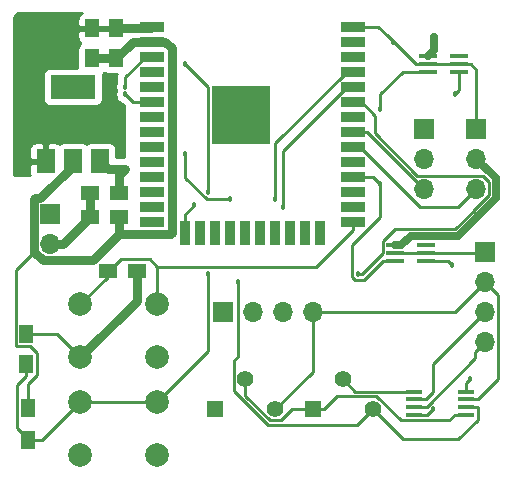
<source format=gbr>
%TF.GenerationSoftware,KiCad,Pcbnew,5.1.4*%
%TF.CreationDate,2019-10-29T20:04:43-05:00*%
%TF.ProjectId,pet_feeder,7065745f-6665-4656-9465-722e6b696361,rev?*%
%TF.SameCoordinates,Original*%
%TF.FileFunction,Copper,L1,Top*%
%TF.FilePolarity,Positive*%
%FSLAX46Y46*%
G04 Gerber Fmt 4.6, Leading zero omitted, Abs format (unit mm)*
G04 Created by KiCad (PCBNEW 5.1.4) date 2019-10-29 20:04:43*
%MOMM*%
%LPD*%
G04 APERTURE LIST*
%ADD10R,5.000000X5.000000*%
%ADD11R,2.000000X0.900000*%
%ADD12R,0.900000X2.000000*%
%ADD13R,1.500000X1.250000*%
%ADD14R,1.250000X1.500000*%
%ADD15R,1.700000X1.700000*%
%ADD16O,1.700000X1.700000*%
%ADD17R,1.500000X0.400000*%
%ADD18R,3.800000X2.000000*%
%ADD19R,1.500000X2.000000*%
%ADD20C,2.000000*%
%ADD21R,1.300000X1.500000*%
%ADD22C,1.400000*%
%ADD23R,1.400000X1.400000*%
%ADD24R,1.450000X0.450000*%
%ADD25C,0.457200*%
%ADD26C,0.762000*%
%ADD27C,0.254000*%
%ADD28C,0.635000*%
G04 APERTURE END LIST*
D10*
X143145000Y-79255000D03*
D11*
X135645000Y-71755000D03*
X135645000Y-73025000D03*
X135645000Y-74295000D03*
X135645000Y-75565000D03*
X135645000Y-76835000D03*
X135645000Y-78105000D03*
X135645000Y-79375000D03*
X135645000Y-80645000D03*
X135645000Y-81915000D03*
X135645000Y-83185000D03*
X135645000Y-84455000D03*
X135645000Y-85725000D03*
X135645000Y-86995000D03*
X135645000Y-88265000D03*
D12*
X138430000Y-89265000D03*
X139700000Y-89265000D03*
X140970000Y-89265000D03*
X142240000Y-89265000D03*
X143510000Y-89265000D03*
X144780000Y-89265000D03*
X146050000Y-89265000D03*
X147320000Y-89265000D03*
X148590000Y-89265000D03*
X149860000Y-89265000D03*
D11*
X152645000Y-88265000D03*
X152645000Y-86995000D03*
X152645000Y-85725000D03*
X152645000Y-84455000D03*
X152645000Y-83185000D03*
X152645000Y-81915000D03*
X152645000Y-80645000D03*
X152645000Y-79375000D03*
X152645000Y-78105000D03*
X152645000Y-76835000D03*
X152645000Y-75565000D03*
X152645000Y-74295000D03*
X152645000Y-73025000D03*
X152645000Y-71755000D03*
D13*
X130322000Y-85852000D03*
X132822000Y-85852000D03*
X132842000Y-87884000D03*
X130342000Y-87884000D03*
X131846000Y-92456000D03*
X134346000Y-92456000D03*
D14*
X132588000Y-71902000D03*
X132588000Y-74402000D03*
X130556000Y-71902000D03*
X130556000Y-74402000D03*
D15*
X163068000Y-80391000D03*
D16*
X163068000Y-82931000D03*
X163068000Y-85471000D03*
X158623000Y-85471000D03*
X158623000Y-82931000D03*
D15*
X158623000Y-80391000D03*
D17*
X158944000Y-74280000D03*
X158944000Y-74930000D03*
X158944000Y-75580000D03*
X161604000Y-75580000D03*
X161604000Y-74930000D03*
X161604000Y-74280000D03*
X158810000Y-90282000D03*
X158810000Y-90932000D03*
X158810000Y-91582000D03*
X156150000Y-91582000D03*
X156150000Y-90932000D03*
X156150000Y-90282000D03*
D18*
X128905000Y-76860000D03*
D19*
X128905000Y-83160000D03*
X131205000Y-83160000D03*
X126605000Y-83160000D03*
D15*
X127000000Y-87630000D03*
D16*
X127000000Y-90170000D03*
D20*
X129540000Y-99750000D03*
X129540000Y-95250000D03*
X136040000Y-99750000D03*
X136040000Y-95250000D03*
D14*
X124968000Y-100310000D03*
X124968000Y-97810000D03*
D15*
X141605000Y-95885000D03*
D16*
X144145000Y-95885000D03*
X146685000Y-95885000D03*
X149225000Y-95885000D03*
D21*
X125095000Y-106760000D03*
X125095000Y-104060000D03*
D22*
X143510000Y-101600000D03*
X146050000Y-104140000D03*
D23*
X140970000Y-104140000D03*
X149225000Y-104140000D03*
D22*
X154305000Y-104140000D03*
X151765000Y-101600000D03*
D20*
X136040000Y-103505000D03*
X136040000Y-108005000D03*
X129540000Y-103505000D03*
X129540000Y-108005000D03*
D24*
X157820000Y-102657000D03*
X157820000Y-103307000D03*
X157820000Y-103957000D03*
X157820000Y-104607000D03*
X162220000Y-104607000D03*
X162220000Y-103957000D03*
X162220000Y-103307000D03*
X162220000Y-102657000D03*
D16*
X163830000Y-98425000D03*
X163830000Y-95885000D03*
X163830000Y-93345000D03*
D15*
X163830000Y-90805000D03*
D25*
X156035000Y-73025000D03*
X139192000Y-86868000D03*
X125984000Y-71120000D03*
X127000000Y-71120000D03*
X128016000Y-71120000D03*
X129032000Y-71120000D03*
X144272000Y-79248000D03*
X143256000Y-79248000D03*
X145288000Y-79248000D03*
X141224000Y-79248000D03*
X142240000Y-79248000D03*
X144272000Y-77216000D03*
X141224000Y-77216000D03*
X142240000Y-77216000D03*
X143256000Y-77216000D03*
X145288000Y-77216000D03*
X144272000Y-78232000D03*
X145288000Y-80264000D03*
X144272000Y-80264000D03*
X142240000Y-80264000D03*
X144272000Y-81280000D03*
X143256000Y-78232000D03*
X142240000Y-78232000D03*
X145288000Y-78232000D03*
X142240000Y-81280000D03*
X145288000Y-81280000D03*
X143256000Y-80264000D03*
X141224000Y-80264000D03*
X143256000Y-81280000D03*
X141224000Y-78232000D03*
X141224000Y-81280000D03*
X124968000Y-71120000D03*
X159385000Y-104140000D03*
X124460000Y-71628000D03*
X127508000Y-71628000D03*
X128524000Y-71628000D03*
X126492000Y-71628000D03*
X125476000Y-71628000D03*
X129032000Y-72136000D03*
X124968000Y-72136000D03*
X125984000Y-72136000D03*
X127000000Y-72136000D03*
X128016000Y-72136000D03*
X124460000Y-72644000D03*
X127508000Y-72644000D03*
X128524000Y-72644000D03*
X126492000Y-72644000D03*
X125476000Y-72644000D03*
X125984000Y-73152000D03*
X129032000Y-73152000D03*
X127000000Y-73152000D03*
X124968000Y-73152000D03*
X128016000Y-73152000D03*
X125476000Y-73660000D03*
X124460000Y-73660000D03*
X126492000Y-73660000D03*
X127508000Y-73660000D03*
X128524000Y-73660000D03*
X127000000Y-74168000D03*
X129032000Y-74168000D03*
X124968000Y-74168000D03*
X125984000Y-74168000D03*
X128016000Y-74168000D03*
X125476000Y-74676000D03*
X127508000Y-74676000D03*
X126492000Y-74676000D03*
X124460000Y-74676000D03*
X128524000Y-74676000D03*
X124968000Y-77216000D03*
X124460000Y-75692000D03*
X125476000Y-76708000D03*
X125476000Y-75692000D03*
X124968000Y-76200000D03*
X124460000Y-78740000D03*
X124968000Y-75184000D03*
X124460000Y-76708000D03*
X124460000Y-77724000D03*
X125476000Y-78740000D03*
X124968000Y-78232000D03*
X125476000Y-77724000D03*
X124460000Y-80772000D03*
X124460000Y-79756000D03*
X124460000Y-81788000D03*
X124968000Y-81280000D03*
X125476000Y-79756000D03*
X124968000Y-82296000D03*
X125476000Y-80772000D03*
X124968000Y-79248000D03*
X124968000Y-80264000D03*
X124460000Y-82804000D03*
X130048000Y-79248000D03*
X125984000Y-79248000D03*
X127000000Y-80264000D03*
X127000000Y-79248000D03*
X130048000Y-80264000D03*
X126492000Y-79756000D03*
X128016000Y-80264000D03*
X126492000Y-78740000D03*
X129540000Y-78740000D03*
X130556000Y-78740000D03*
X129540000Y-79756000D03*
X128016000Y-79248000D03*
X130556000Y-79756000D03*
X125984000Y-80264000D03*
X129032000Y-80264000D03*
X128524000Y-78740000D03*
X127508000Y-78740000D03*
X128524000Y-79756000D03*
X127508000Y-79756000D03*
X129032000Y-79248000D03*
X131572000Y-78740000D03*
X132588000Y-78740000D03*
X131064000Y-79248000D03*
X132080000Y-79248000D03*
X131572000Y-79756000D03*
X132588000Y-79756000D03*
X132080000Y-80264000D03*
X131064000Y-80264000D03*
X126492000Y-80772000D03*
X127508000Y-80772000D03*
X128524000Y-80772000D03*
X129540000Y-80772000D03*
X130556000Y-80772000D03*
X131572000Y-80772000D03*
X132588000Y-80772000D03*
X132080000Y-81280000D03*
X131064000Y-81280000D03*
X130048000Y-81280000D03*
X129032000Y-81280000D03*
X128016000Y-81280000D03*
X127000000Y-81280000D03*
X125984000Y-81280000D03*
X133350000Y-83820000D03*
X161290000Y-77470000D03*
X161036000Y-91948000D03*
X137153001Y-89350001D03*
X146050000Y-86360000D03*
X146685000Y-86995000D03*
X154940000Y-85090000D03*
X154940000Y-78740000D03*
X159512000Y-72644000D03*
X140335000Y-92710000D03*
X140335000Y-85725000D03*
X138430000Y-74930000D03*
X133350000Y-76835000D03*
X162560000Y-101600000D03*
X153035000Y-92710000D03*
X133350000Y-77470000D03*
X138430000Y-82550000D03*
X142240000Y-86360000D03*
X142875000Y-93345000D03*
D26*
X130342000Y-85872000D02*
X130322000Y-85852000D01*
X130342000Y-87884000D02*
X130342000Y-85872000D01*
X128056000Y-90170000D02*
X127000000Y-90170000D01*
X130342000Y-87884000D02*
X128056000Y-90170000D01*
X134346000Y-94944000D02*
X129540000Y-99750000D01*
X134346000Y-92456000D02*
X134346000Y-94944000D01*
D27*
X157480000Y-90932000D02*
X158810000Y-90932000D01*
X156150000Y-90932000D02*
X157480000Y-90932000D01*
X158944000Y-74930000D02*
X161604000Y-74930000D01*
X163068000Y-79287000D02*
X163068000Y-80391000D01*
X163068000Y-75390000D02*
X163068000Y-79287000D01*
X162608000Y-74930000D02*
X163068000Y-75390000D01*
X161604000Y-74930000D02*
X162608000Y-74930000D01*
X153899000Y-71755000D02*
X152645000Y-71755000D01*
X154765000Y-71755000D02*
X153899000Y-71755000D01*
X158944000Y-74930000D02*
X157940000Y-74930000D01*
X155575000Y-72565000D02*
X156035000Y-73025000D01*
X155575000Y-72565000D02*
X154765000Y-71755000D01*
X157940000Y-74930000D02*
X155575000Y-72565000D01*
X135498000Y-71902000D02*
X135645000Y-71755000D01*
D26*
X132588000Y-71902000D02*
X135498000Y-71902000D01*
D27*
X138430000Y-89265000D02*
X138430000Y-87630000D01*
X138430000Y-87630000D02*
X139065000Y-86995000D01*
X163703000Y-90932000D02*
X163830000Y-90805000D01*
X158810000Y-90932000D02*
X163703000Y-90932000D01*
X139065000Y-86995000D02*
X139192000Y-86868000D01*
X127600000Y-97810000D02*
X129540000Y-99750000D01*
X124968000Y-97810000D02*
X127600000Y-97810000D01*
X157820000Y-104607000D02*
X158918000Y-104607000D01*
X158918000Y-104607000D02*
X159385000Y-104140000D01*
X161604000Y-75580000D02*
X161604000Y-77156000D01*
X161604000Y-77156000D02*
X161290000Y-77470000D01*
X158810000Y-91582000D02*
X160513000Y-91582000D01*
X160513000Y-91582000D02*
X160670000Y-91582000D01*
X160670000Y-91582000D02*
X161036000Y-91948000D01*
D26*
X131865000Y-83820000D02*
X131205000Y-83160000D01*
X133350000Y-83820000D02*
X131865000Y-83820000D01*
X132822000Y-84348000D02*
X133350000Y-83820000D01*
X132822000Y-85852000D02*
X132822000Y-84348000D01*
X132921001Y-89350001D02*
X137153001Y-89350001D01*
X132842000Y-89271000D02*
X132921001Y-89350001D01*
X132842000Y-87884000D02*
X132842000Y-89271000D01*
X132695000Y-74295000D02*
X132588000Y-74402000D01*
X130556000Y-74402000D02*
X132588000Y-74402000D01*
X133965000Y-73025000D02*
X135645000Y-73025000D01*
X132588000Y-74402000D02*
X133965000Y-73025000D01*
X136739402Y-73025000D02*
X135645000Y-73025000D01*
X137280001Y-73565599D02*
X136739402Y-73025000D01*
X137280001Y-89223001D02*
X137280001Y-73565599D01*
X137153001Y-89350001D02*
X137280001Y-89223001D01*
X130584999Y-91528001D02*
X132842000Y-89271000D01*
X126348159Y-91528001D02*
X130584999Y-91528001D01*
X125641999Y-90821841D02*
X126348159Y-91528001D01*
X125743599Y-86271999D02*
X125641999Y-86373599D01*
X125641999Y-86373599D02*
X125641999Y-90821841D01*
X126157403Y-86271999D02*
X125743599Y-86271999D01*
X128905000Y-83524402D02*
X126157403Y-86271999D01*
X128905000Y-83160000D02*
X128905000Y-83524402D01*
D27*
X124088999Y-98763201D02*
X124088999Y-92374841D01*
X124139799Y-98814001D02*
X124088999Y-98763201D01*
X125847001Y-99356799D02*
X125304203Y-98814001D01*
X125847001Y-101263201D02*
X125847001Y-99356799D01*
X125304203Y-98814001D02*
X124139799Y-98814001D01*
X125095000Y-102015202D02*
X125847001Y-101263201D01*
X124088999Y-92374841D02*
X125641999Y-90821841D01*
X125095000Y-104060000D02*
X125095000Y-102015202D01*
X149225000Y-100965000D02*
X146050000Y-104140000D01*
X149225000Y-95885000D02*
X149225000Y-100965000D01*
X161290000Y-95885000D02*
X163830000Y-93345000D01*
X149225000Y-95885000D02*
X161290000Y-95885000D01*
X164679999Y-94194999D02*
X163830000Y-93345000D01*
X164934001Y-94449001D02*
X164679999Y-94194999D01*
X164934001Y-101571999D02*
X164934001Y-94449001D01*
X163199000Y-103307000D02*
X164934001Y-101571999D01*
X162220000Y-103307000D02*
X163199000Y-103307000D01*
X136040000Y-92089198D02*
X135400801Y-91449999D01*
X136040000Y-95250000D02*
X136040000Y-92089198D01*
X152645000Y-88969000D02*
X152645000Y-88265000D01*
X149524802Y-92089198D02*
X152645000Y-88969000D01*
X136040000Y-92089198D02*
X149524802Y-92089198D01*
X131846000Y-92944000D02*
X131846000Y-92456000D01*
X129540000Y-95250000D02*
X131846000Y-92944000D01*
X131971000Y-92456000D02*
X131846000Y-92456000D01*
X132977001Y-91449999D02*
X131971000Y-92456000D01*
X135400801Y-91449999D02*
X132977001Y-91449999D01*
X153195000Y-81915000D02*
X152645000Y-81915000D01*
X158275000Y-86995000D02*
X153195000Y-81915000D01*
X161544000Y-86995000D02*
X158275000Y-86995000D01*
X163068000Y-85471000D02*
X161544000Y-86995000D01*
X146050000Y-81610000D02*
X146050000Y-86360000D01*
X152645000Y-75565000D02*
X152095000Y-75565000D01*
X152095000Y-75565000D02*
X146050000Y-81610000D01*
X146685000Y-82245000D02*
X146685000Y-86995000D01*
X152645000Y-76835000D02*
X152095000Y-76835000D01*
X152095000Y-76835000D02*
X146685000Y-82245000D01*
X153797000Y-80645000D02*
X152645000Y-80645000D01*
X158623000Y-85471000D02*
X153797000Y-80645000D01*
X152645000Y-84455000D02*
X154305000Y-84455000D01*
X154305000Y-84455000D02*
X154940000Y-85090000D01*
X154940000Y-78740000D02*
X154940000Y-77470000D01*
X156830000Y-75580000D02*
X158944000Y-75580000D01*
X154940000Y-77470000D02*
X156830000Y-75580000D01*
X154940000Y-87877202D02*
X154940000Y-85413289D01*
X152552399Y-90264803D02*
X154940000Y-87877202D01*
X152552399Y-92941649D02*
X152552399Y-90264803D01*
X153535399Y-93192601D02*
X152803351Y-93192601D01*
X155146000Y-91582000D02*
X153535399Y-93192601D01*
X154940000Y-85413289D02*
X154940000Y-85090000D01*
X152803351Y-93192601D02*
X152552399Y-92941649D01*
X156150000Y-91582000D02*
X155146000Y-91582000D01*
D28*
X159512000Y-73712000D02*
X158944000Y-74280000D01*
X159512000Y-72644000D02*
X159512000Y-73712000D01*
D27*
X126285000Y-106760000D02*
X129540000Y-103505000D01*
X125095000Y-106760000D02*
X126285000Y-106760000D01*
X125095000Y-106660000D02*
X125095000Y-106760000D01*
X124190999Y-102091001D02*
X124191000Y-105756000D01*
X124191000Y-105756000D02*
X125095000Y-106660000D01*
X124968000Y-101314000D02*
X124190999Y-102091001D01*
X124968000Y-100310000D02*
X124968000Y-101314000D01*
X129540000Y-103505000D02*
X136040000Y-103505000D01*
X136040000Y-103505000D02*
X140335000Y-99210000D01*
X140335000Y-99210000D02*
X140335000Y-92710000D01*
X140335000Y-85725000D02*
X140335000Y-76835000D01*
X140335000Y-76835000D02*
X138430000Y-74930000D01*
X133233002Y-76835000D02*
X133350000Y-76835000D01*
X133350000Y-76835000D02*
X133350000Y-76040000D01*
X135095000Y-74295000D02*
X135645000Y-74295000D01*
X133350000Y-76040000D02*
X135095000Y-74295000D01*
X150179000Y-104140000D02*
X149225000Y-104140000D01*
X151280990Y-103038010D02*
X150179000Y-104140000D01*
X154614932Y-103038010D02*
X151280990Y-103038010D01*
X156662923Y-105086001D02*
X154614932Y-103038010D01*
X160761999Y-105086001D02*
X156662923Y-105086001D01*
X161241000Y-104607000D02*
X160761999Y-105086001D01*
X162220000Y-104607000D02*
X161241000Y-104607000D01*
X143510000Y-102589949D02*
X143510000Y-101600000D01*
X143510000Y-103011922D02*
X143510000Y-102589949D01*
X146507921Y-105094001D02*
X145592079Y-105094001D01*
X147461922Y-104140000D02*
X146507921Y-105094001D01*
X145592079Y-105094001D02*
X143510000Y-103011922D01*
X149225000Y-104140000D02*
X147461922Y-104140000D01*
X152822000Y-102657000D02*
X151765000Y-101600000D01*
X157820000Y-102657000D02*
X152822000Y-102657000D01*
X152076711Y-78105000D02*
X152645000Y-78105000D01*
X162220000Y-102657000D02*
X162220000Y-101940000D01*
X162220000Y-101940000D02*
X162560000Y-101600000D01*
X153012787Y-77835585D02*
X152914414Y-77835585D01*
X154457399Y-79280197D02*
X153012787Y-77835585D01*
X154457399Y-80766571D02*
X154457399Y-79280197D01*
X164172001Y-86000921D02*
X164172001Y-84941079D01*
X162796912Y-87376010D02*
X164172001Y-86000921D01*
X164172001Y-84941079D02*
X163597921Y-84366999D01*
X158057827Y-84366999D02*
X154457399Y-80766571D01*
X163597921Y-84366999D02*
X158057827Y-84366999D01*
X162796922Y-87376000D02*
X164172001Y-86000921D01*
X156149308Y-88875490D02*
X161297433Y-88875490D01*
X161297433Y-88875490D02*
X162932461Y-87240462D01*
X155145999Y-89878799D02*
X156149308Y-88875490D01*
X155145999Y-90922290D02*
X155145999Y-89878799D01*
X153358289Y-92710000D02*
X155145999Y-90922290D01*
X153035000Y-92710000D02*
X153358289Y-92710000D01*
X158799000Y-103307000D02*
X159385000Y-102721000D01*
X157820000Y-103307000D02*
X158799000Y-103307000D01*
X159385000Y-100330000D02*
X163830000Y-95885000D01*
X159385000Y-102721000D02*
X159385000Y-100330000D01*
X162980001Y-99830749D02*
X162980001Y-99274999D01*
X162980001Y-99274999D02*
X163830000Y-98425000D01*
X158853750Y-103957000D02*
X162980001Y-99830749D01*
X157820000Y-103957000D02*
X158853750Y-103957000D01*
D28*
X157535000Y-89447000D02*
X156700000Y-90282000D01*
X161534159Y-89447000D02*
X157535000Y-89447000D01*
X164743511Y-86237648D02*
X161534159Y-89447000D01*
X156700000Y-90282000D02*
X156150000Y-90282000D01*
X164743511Y-84606511D02*
X164743511Y-86237648D01*
X163068000Y-82931000D02*
X164743511Y-84606511D01*
D27*
X163199000Y-103957000D02*
X162220000Y-103957000D01*
X161554202Y-106680000D02*
X163199001Y-105035201D01*
X163199001Y-105035201D02*
X163199000Y-103957000D01*
X156845000Y-106680000D02*
X161554202Y-106680000D01*
X154305000Y-104140000D02*
X156845000Y-106680000D01*
X135645000Y-78105000D02*
X133985000Y-78105000D01*
X133985000Y-78105000D02*
X133350000Y-77470000D01*
X140255750Y-86360000D02*
X142240000Y-86360000D01*
X138430000Y-82550000D02*
X138430000Y-84534250D01*
X138430000Y-84534250D02*
X140255750Y-86360000D01*
X142875000Y-93345000D02*
X142875000Y-99695000D01*
X153605001Y-104839999D02*
X154305000Y-104140000D01*
X152969989Y-105475011D02*
X153605001Y-104839999D01*
X145434260Y-105475011D02*
X152969989Y-105475011D01*
X142555999Y-100014001D02*
X142555999Y-102596749D01*
X142555999Y-102596749D02*
X145434260Y-105475011D01*
X142875000Y-99695000D02*
X142555999Y-100014001D01*
G36*
X129686820Y-70562498D02*
G01*
X129576506Y-70621463D01*
X129479815Y-70700815D01*
X129400463Y-70797506D01*
X129341498Y-70907820D01*
X129305188Y-71027518D01*
X129292928Y-71152000D01*
X129296000Y-71616250D01*
X129454750Y-71775000D01*
X130429000Y-71775000D01*
X130429000Y-71755000D01*
X130683000Y-71755000D01*
X130683000Y-71775000D01*
X132461000Y-71775000D01*
X132461000Y-71755000D01*
X132715000Y-71755000D01*
X132715000Y-71775000D01*
X132735000Y-71775000D01*
X132735000Y-72029000D01*
X132715000Y-72029000D01*
X132715000Y-72049000D01*
X132461000Y-72049000D01*
X132461000Y-72029000D01*
X130683000Y-72029000D01*
X130683000Y-72049000D01*
X130429000Y-72049000D01*
X130429000Y-72029000D01*
X129454750Y-72029000D01*
X129296000Y-72187750D01*
X129292928Y-72652000D01*
X129305188Y-72776482D01*
X129341498Y-72896180D01*
X129400463Y-73006494D01*
X129479815Y-73103185D01*
X129539296Y-73152000D01*
X129479815Y-73200815D01*
X129400463Y-73297506D01*
X129341498Y-73407820D01*
X129305188Y-73527518D01*
X129292928Y-73652000D01*
X129292928Y-75152000D01*
X129299815Y-75221928D01*
X127005000Y-75221928D01*
X126880518Y-75234188D01*
X126760820Y-75270498D01*
X126650506Y-75329463D01*
X126553815Y-75408815D01*
X126474463Y-75505506D01*
X126415498Y-75615820D01*
X126379188Y-75735518D01*
X126366928Y-75860000D01*
X126366928Y-77860000D01*
X126379188Y-77984482D01*
X126415498Y-78104180D01*
X126474463Y-78214494D01*
X126553815Y-78311185D01*
X126650506Y-78390537D01*
X126760820Y-78449502D01*
X126880518Y-78485812D01*
X127005000Y-78498072D01*
X130805000Y-78498072D01*
X130929482Y-78485812D01*
X131049180Y-78449502D01*
X131159494Y-78390537D01*
X131256185Y-78311185D01*
X131335537Y-78214494D01*
X131394502Y-78104180D01*
X131430812Y-77984482D01*
X131443072Y-77860000D01*
X131443072Y-75860000D01*
X131431090Y-75738343D01*
X131535494Y-75682537D01*
X131572000Y-75652577D01*
X131608506Y-75682537D01*
X131718820Y-75741502D01*
X131838518Y-75777812D01*
X131963000Y-75790072D01*
X132629528Y-75790072D01*
X132599026Y-75890622D01*
X132588000Y-76002574D01*
X132584314Y-76040000D01*
X132588000Y-76077423D01*
X132588000Y-76420974D01*
X132584687Y-76425932D01*
X132574548Y-76450410D01*
X132525600Y-76541985D01*
X132482028Y-76685622D01*
X132467316Y-76835000D01*
X132482028Y-76984378D01*
X132525600Y-77128015D01*
X132543235Y-77161007D01*
X132519587Y-77218097D01*
X132486400Y-77384943D01*
X132486400Y-77555057D01*
X132519587Y-77721903D01*
X132584687Y-77879068D01*
X132679198Y-78020513D01*
X132799487Y-78140802D01*
X132940932Y-78235313D01*
X133098097Y-78300413D01*
X133103947Y-78301577D01*
X133223000Y-78420630D01*
X133223000Y-82804000D01*
X132593072Y-82804000D01*
X132593072Y-82160000D01*
X132580812Y-82035518D01*
X132544502Y-81915820D01*
X132485537Y-81805506D01*
X132406185Y-81708815D01*
X132309494Y-81629463D01*
X132199180Y-81570498D01*
X132079482Y-81534188D01*
X131955000Y-81521928D01*
X130455000Y-81521928D01*
X130330518Y-81534188D01*
X130210820Y-81570498D01*
X130100506Y-81629463D01*
X130055000Y-81666809D01*
X130009494Y-81629463D01*
X129899180Y-81570498D01*
X129779482Y-81534188D01*
X129655000Y-81521928D01*
X128155000Y-81521928D01*
X128030518Y-81534188D01*
X127910820Y-81570498D01*
X127800506Y-81629463D01*
X127755000Y-81666809D01*
X127709494Y-81629463D01*
X127599180Y-81570498D01*
X127479482Y-81534188D01*
X127355000Y-81521928D01*
X126890750Y-81525000D01*
X126732000Y-81683750D01*
X126732000Y-83033000D01*
X126752000Y-83033000D01*
X126752000Y-83287000D01*
X126732000Y-83287000D01*
X126732000Y-83307000D01*
X126478000Y-83307000D01*
X126478000Y-83287000D01*
X125378750Y-83287000D01*
X125220000Y-83445750D01*
X125216928Y-84160000D01*
X125229188Y-84284482D01*
X125242389Y-84328000D01*
X123900000Y-84328000D01*
X123900000Y-82160000D01*
X125216928Y-82160000D01*
X125220000Y-82874250D01*
X125378750Y-83033000D01*
X126478000Y-83033000D01*
X126478000Y-81683750D01*
X126319250Y-81525000D01*
X125855000Y-81521928D01*
X125730518Y-81534188D01*
X125610820Y-81570498D01*
X125500506Y-81629463D01*
X125403815Y-81708815D01*
X125324463Y-81805506D01*
X125265498Y-81915820D01*
X125229188Y-82035518D01*
X125216928Y-82160000D01*
X123900000Y-82160000D01*
X123900000Y-71154720D01*
X123914005Y-71011891D01*
X123945402Y-70907899D01*
X123996399Y-70811986D01*
X124065055Y-70727806D01*
X124148758Y-70658560D01*
X124244311Y-70606895D01*
X124348078Y-70574773D01*
X124488641Y-70560000D01*
X129695055Y-70560000D01*
X129686820Y-70562498D01*
X129686820Y-70562498D01*
G37*
X129686820Y-70562498D02*
X129576506Y-70621463D01*
X129479815Y-70700815D01*
X129400463Y-70797506D01*
X129341498Y-70907820D01*
X129305188Y-71027518D01*
X129292928Y-71152000D01*
X129296000Y-71616250D01*
X129454750Y-71775000D01*
X130429000Y-71775000D01*
X130429000Y-71755000D01*
X130683000Y-71755000D01*
X130683000Y-71775000D01*
X132461000Y-71775000D01*
X132461000Y-71755000D01*
X132715000Y-71755000D01*
X132715000Y-71775000D01*
X132735000Y-71775000D01*
X132735000Y-72029000D01*
X132715000Y-72029000D01*
X132715000Y-72049000D01*
X132461000Y-72049000D01*
X132461000Y-72029000D01*
X130683000Y-72029000D01*
X130683000Y-72049000D01*
X130429000Y-72049000D01*
X130429000Y-72029000D01*
X129454750Y-72029000D01*
X129296000Y-72187750D01*
X129292928Y-72652000D01*
X129305188Y-72776482D01*
X129341498Y-72896180D01*
X129400463Y-73006494D01*
X129479815Y-73103185D01*
X129539296Y-73152000D01*
X129479815Y-73200815D01*
X129400463Y-73297506D01*
X129341498Y-73407820D01*
X129305188Y-73527518D01*
X129292928Y-73652000D01*
X129292928Y-75152000D01*
X129299815Y-75221928D01*
X127005000Y-75221928D01*
X126880518Y-75234188D01*
X126760820Y-75270498D01*
X126650506Y-75329463D01*
X126553815Y-75408815D01*
X126474463Y-75505506D01*
X126415498Y-75615820D01*
X126379188Y-75735518D01*
X126366928Y-75860000D01*
X126366928Y-77860000D01*
X126379188Y-77984482D01*
X126415498Y-78104180D01*
X126474463Y-78214494D01*
X126553815Y-78311185D01*
X126650506Y-78390537D01*
X126760820Y-78449502D01*
X126880518Y-78485812D01*
X127005000Y-78498072D01*
X130805000Y-78498072D01*
X130929482Y-78485812D01*
X131049180Y-78449502D01*
X131159494Y-78390537D01*
X131256185Y-78311185D01*
X131335537Y-78214494D01*
X131394502Y-78104180D01*
X131430812Y-77984482D01*
X131443072Y-77860000D01*
X131443072Y-75860000D01*
X131431090Y-75738343D01*
X131535494Y-75682537D01*
X131572000Y-75652577D01*
X131608506Y-75682537D01*
X131718820Y-75741502D01*
X131838518Y-75777812D01*
X131963000Y-75790072D01*
X132629528Y-75790072D01*
X132599026Y-75890622D01*
X132588000Y-76002574D01*
X132584314Y-76040000D01*
X132588000Y-76077423D01*
X132588000Y-76420974D01*
X132584687Y-76425932D01*
X132574548Y-76450410D01*
X132525600Y-76541985D01*
X132482028Y-76685622D01*
X132467316Y-76835000D01*
X132482028Y-76984378D01*
X132525600Y-77128015D01*
X132543235Y-77161007D01*
X132519587Y-77218097D01*
X132486400Y-77384943D01*
X132486400Y-77555057D01*
X132519587Y-77721903D01*
X132584687Y-77879068D01*
X132679198Y-78020513D01*
X132799487Y-78140802D01*
X132940932Y-78235313D01*
X133098097Y-78300413D01*
X133103947Y-78301577D01*
X133223000Y-78420630D01*
X133223000Y-82804000D01*
X132593072Y-82804000D01*
X132593072Y-82160000D01*
X132580812Y-82035518D01*
X132544502Y-81915820D01*
X132485537Y-81805506D01*
X132406185Y-81708815D01*
X132309494Y-81629463D01*
X132199180Y-81570498D01*
X132079482Y-81534188D01*
X131955000Y-81521928D01*
X130455000Y-81521928D01*
X130330518Y-81534188D01*
X130210820Y-81570498D01*
X130100506Y-81629463D01*
X130055000Y-81666809D01*
X130009494Y-81629463D01*
X129899180Y-81570498D01*
X129779482Y-81534188D01*
X129655000Y-81521928D01*
X128155000Y-81521928D01*
X128030518Y-81534188D01*
X127910820Y-81570498D01*
X127800506Y-81629463D01*
X127755000Y-81666809D01*
X127709494Y-81629463D01*
X127599180Y-81570498D01*
X127479482Y-81534188D01*
X127355000Y-81521928D01*
X126890750Y-81525000D01*
X126732000Y-81683750D01*
X126732000Y-83033000D01*
X126752000Y-83033000D01*
X126752000Y-83287000D01*
X126732000Y-83287000D01*
X126732000Y-83307000D01*
X126478000Y-83307000D01*
X126478000Y-83287000D01*
X125378750Y-83287000D01*
X125220000Y-83445750D01*
X125216928Y-84160000D01*
X125229188Y-84284482D01*
X125242389Y-84328000D01*
X123900000Y-84328000D01*
X123900000Y-82160000D01*
X125216928Y-82160000D01*
X125220000Y-82874250D01*
X125378750Y-83033000D01*
X126478000Y-83033000D01*
X126478000Y-81683750D01*
X126319250Y-81525000D01*
X125855000Y-81521928D01*
X125730518Y-81534188D01*
X125610820Y-81570498D01*
X125500506Y-81629463D01*
X125403815Y-81708815D01*
X125324463Y-81805506D01*
X125265498Y-81915820D01*
X125229188Y-82035518D01*
X125216928Y-82160000D01*
X123900000Y-82160000D01*
X123900000Y-71154720D01*
X123914005Y-71011891D01*
X123945402Y-70907899D01*
X123996399Y-70811986D01*
X124065055Y-70727806D01*
X124148758Y-70658560D01*
X124244311Y-70606895D01*
X124348078Y-70574773D01*
X124488641Y-70560000D01*
X129695055Y-70560000D01*
X129686820Y-70562498D01*
M02*

</source>
